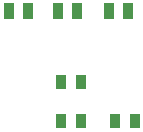
<source format=gbr>
G04 Layer_Color=8421504*
%FSLAX26Y26*%
%MOIN*%
%TF.FileFunction,Paste,Top*%
%TF.Part,Single*%
G01*
G75*
%TA.AperFunction,SMDPad,CuDef*%
%ADD10R,0.037402X0.053150*%
%ADD11R,0.033465X0.051181*%
D10*
X756740Y895992D02*
D03*
X693748D02*
D03*
X918976D02*
D03*
X855984D02*
D03*
X1088976Y898229D02*
D03*
X1025985D02*
D03*
D11*
X933464Y660000D02*
D03*
X866536D02*
D03*
X1046536Y530000D02*
D03*
X1113464D02*
D03*
X933464D02*
D03*
X866536D02*
D03*
%TF.MD5,f7eb9e1b615e050087d209b1568e364b*%
M02*

</source>
